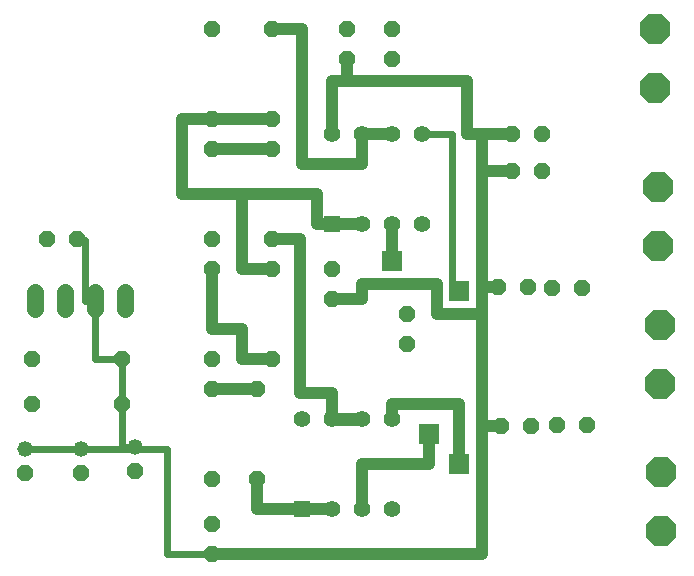
<source format=gbl>
G75*
G70*
%OFA0B0*%
%FSLAX24Y24*%
%IPPOS*%
%LPD*%
%AMOC8*
5,1,8,0,0,1.08239X$1,22.5*
%
%ADD10OC8,0.0520*%
%ADD11OC8,0.1000*%
%ADD12C,0.0520*%
%ADD13R,0.0550X0.0550*%
%ADD14C,0.0550*%
%ADD15C,0.0560*%
%ADD16C,0.0400*%
%ADD17C,0.0240*%
%ADD18R,0.0650X0.0650*%
D10*
X001280Y004690D03*
X003140Y004690D03*
X004950Y004760D03*
X007500Y004500D03*
X007500Y003000D03*
X007500Y002000D03*
X009000Y004500D03*
X009000Y007500D03*
X009500Y008500D03*
X007500Y008500D03*
X007500Y007500D03*
X004500Y007000D03*
X004500Y008500D03*
X001500Y008500D03*
X001500Y007000D03*
X007500Y011500D03*
X007500Y012500D03*
X009500Y012500D03*
X009500Y011500D03*
X011500Y011500D03*
X011500Y010500D03*
X014000Y010000D03*
X014000Y009000D03*
X017050Y010900D03*
X018050Y010900D03*
X018850Y010875D03*
X019850Y010875D03*
X018500Y014750D03*
X017500Y014750D03*
X017500Y016000D03*
X018500Y016000D03*
X013500Y018500D03*
X013500Y019500D03*
X012000Y019500D03*
X012000Y018500D03*
X009500Y019500D03*
X007500Y019500D03*
X007500Y016500D03*
X007500Y015500D03*
X009500Y015500D03*
X009500Y016500D03*
X003000Y012500D03*
X002000Y012500D03*
X017150Y006250D03*
X018150Y006250D03*
X019000Y006300D03*
X020000Y006300D03*
D11*
X022447Y007666D03*
X022447Y009634D03*
X022397Y012266D03*
X022397Y014234D03*
X022297Y017516D03*
X022297Y019484D03*
X022497Y004734D03*
X022497Y002766D03*
D12*
X004950Y005560D03*
X003140Y005490D03*
X001280Y005490D03*
D13*
X010500Y003500D03*
X011500Y013000D03*
D14*
X012500Y013000D03*
X013500Y013000D03*
X014500Y013000D03*
X014500Y016000D03*
X013500Y016000D03*
X012500Y016000D03*
X011500Y016000D03*
X011500Y006500D03*
X010500Y006500D03*
X012500Y006500D03*
X013500Y006500D03*
X013500Y003500D03*
X012500Y003500D03*
X011500Y003500D03*
D15*
X004625Y010155D02*
X004625Y010715D01*
X003625Y010715D02*
X003625Y010155D01*
X002625Y010155D02*
X002625Y010715D01*
X001625Y010715D02*
X001625Y010155D01*
D16*
X006500Y014000D02*
X006500Y016500D01*
X007500Y016500D01*
X009500Y016500D01*
X008500Y016500D01*
X009500Y015500D02*
X007500Y015500D01*
X008500Y014000D02*
X006500Y014000D01*
X008500Y014000D02*
X011000Y014000D01*
X011000Y013000D01*
X011500Y013000D01*
X012500Y013000D01*
X013500Y013000D02*
X013500Y011750D01*
X012500Y011000D02*
X015000Y011000D01*
X015000Y010000D01*
X016500Y010000D01*
X016500Y010900D01*
X017050Y010900D01*
X016500Y010900D02*
X016500Y014750D01*
X017500Y014750D01*
X016500Y014750D02*
X016500Y016000D01*
X016000Y016000D01*
X016000Y017750D01*
X012000Y017750D01*
X011500Y017750D01*
X011500Y016000D01*
X012500Y016000D02*
X013500Y016000D01*
X012500Y016000D02*
X012500Y015000D01*
X010500Y015000D01*
X010500Y019500D01*
X009500Y019500D01*
X012000Y018500D02*
X012000Y017750D01*
X016500Y016000D02*
X017500Y016000D01*
X012500Y011000D02*
X012500Y010500D01*
X011500Y010500D01*
X009500Y011500D02*
X008500Y011500D01*
X008500Y014000D01*
X009500Y012500D02*
X010450Y012500D01*
X010450Y007350D01*
X011500Y007350D01*
X011500Y006500D01*
X011550Y006500D01*
X011550Y006550D01*
X011450Y006550D01*
X011450Y006450D01*
X011500Y006450D01*
X011500Y006500D01*
X011550Y006500D02*
X012500Y006500D01*
X012500Y006450D01*
X011500Y006450D01*
X012500Y005000D02*
X014750Y005000D01*
X014750Y006000D01*
X015750Y007000D02*
X015750Y005000D01*
X016500Y006250D02*
X017150Y006250D01*
X016500Y006250D02*
X016500Y010000D01*
X015750Y007000D02*
X013500Y007000D01*
X013500Y006500D01*
X012500Y005000D02*
X012500Y003500D01*
X011500Y003500D02*
X010500Y003500D01*
X009000Y003500D01*
X009000Y004500D01*
X007500Y002000D02*
X016500Y002000D01*
X016500Y006250D01*
X009500Y008500D02*
X008500Y008500D01*
X008500Y009500D01*
X007500Y009500D01*
X007500Y011500D01*
X007500Y007500D02*
X009000Y007500D01*
D17*
X006000Y005490D02*
X006000Y002000D01*
X007500Y002000D01*
X006000Y005490D02*
X004950Y005490D01*
X004950Y005560D01*
X004500Y005560D01*
X004500Y007000D01*
X004500Y008500D01*
X003625Y008500D01*
X003625Y010435D01*
X003275Y010435D01*
X003275Y012475D01*
X003000Y012475D01*
X003000Y012500D01*
X003140Y005490D02*
X001280Y005490D01*
X003140Y005490D02*
X004950Y005490D01*
X015500Y010750D02*
X015750Y010750D01*
X015500Y010750D02*
X015500Y016000D01*
X014500Y016000D01*
D18*
X013500Y011750D03*
X015750Y010750D03*
X014750Y006000D03*
X015750Y005000D03*
M02*

</source>
